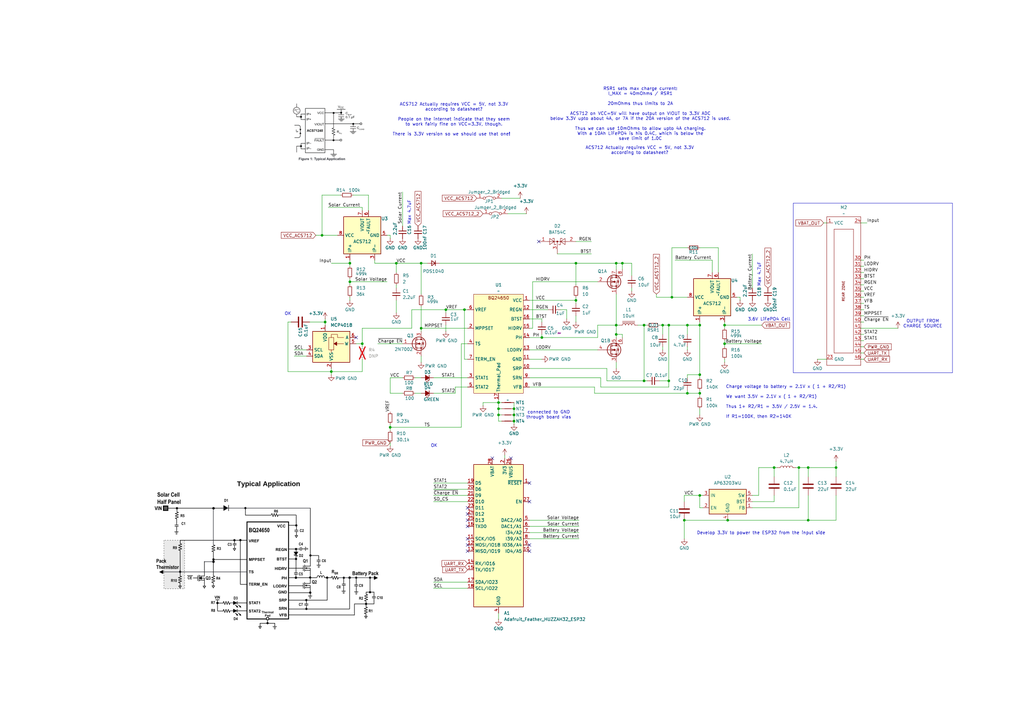
<source format=kicad_sch>
(kicad_sch (version 20250114) (generator "eeschema") (generator_version "9.0")
  (paper "A3")
  (title_block (title "MEGAphone MPPT Charge Controller") (date "2025-08-11") (rev "20250216") (comment 1 "Adapted for MEGAphone module format") (comment 2 "Adapted for 3.5V output voltage"))
  (rectangle (start 325.374 83.312) (end 390.652 152.908))
  (text "ACS712 Actually requires VCC = 5V, not 3.3V\naccording to datasheet?" (at 262.382 61.722 0) (effects (font (size 1.27 1.27))))
  (text "OK" (at 118.11 128.778 0) (effects (font (size 1.27 1.27))))
  (text "ACS712 Actually requires VCC = 5V, not 3.3V\naccording to datasheet?\n\nPeople on the internet indicate that they seem\nto work fairly fine on VCC=3.3V, though." (at 186.182 46.99 0) (effects (font (size 1.27 1.27))))
  (text "Max 4.7uF" (at 311.404 112.522 90) (effects (font (size 1.27 1.27))))
  (text "3.6V LiFePO4 Cell" (at 315.468 131.064 0) (effects (font (size 1.27 1.27))))
  (text "OK" (at 178.054 182.88 0) (effects (font (size 1.27 1.27))))
  (text "OUTPUT FROM\nCHARGE SOURCE" (at 378.46 132.842 0) (effects (font (size 1.27 1.27))))
  (text "Charge voltage to battery = 2.1V x ( 1 + R2/R1)\n\nWe want 3.5V = 2.1V x ( 1 + R2/R1)\n\nThus 1+ R2/R1 = 3.5V / 2.5V = 1.4.\n\nIf R1=100K, then R2=140K" (at 297.688 164.846 0) (effects (font (size 1.27 1.27)) (justify left)))
  (text "RSR1 sets max charge current:\nI_MAX = 40mOhms / RSR1\n\n20mOhms thus limits to 2A\n\nACS712 on VCC=5V will have output on VIOUT to 3.3V ADC\nbelow 3.3V upto about 4A, or 7A if the 20A version of the ACS712 is used.\n\nThus we can use 10mOhms to allow upto 4A charging.\nWith a 10Ah LiFePO4 is his 0.4C, which is below the\nsave limit of 1.0C" (at 262.636 46.736 0) (effects (font (size 1.27 1.27))))
  (text "There is 3.3V version so we should use that one!" (at 185.166 55.118 0) (effects (font (size 1.27 1.27))))
  (text "connected to GND\nthrough board vias" (at 225.044 170.18 0) (effects (font (size 1.27 1.27))))
  (text "Develop 3.3V to power the ESP32 from the input side" (at 312.166 218.694 0) (effects (font (size 1.27 1.27))))
  (text "Max 4.7uF" (at 167.894 87.122 90) (effects (font (size 1.27 1.27))))
  (junction (at 271.78 133.35))
  (junction (at 252.73 107.95))
  (junction (at 287.02 133.35))
  (junction (at 210.82 167.64))
  (junction (at 275.59 121.92))
  (junction (at 204.47 165.1))
  (junction (at 287.02 153.67))
  (junction (at 281.94 133.35))
  (junction (at 172.72 107.95))
  (junction (at 317.5 191.77))
  (junction (at 204.47 167.64))
  (junction (at 132.08 96.52))
  (junction (at 274.32 133.35))
  (junction (at 331.47 191.77))
  (junction (at 190.5 127))
  (junction (at 281.94 161.29))
  (junction (at 148.59 140.97))
  (junction (at 160.02 175.26))
  (junction (at 236.22 107.95))
  (junction (at 274.32 156.21))
  (junction (at 331.47 213.36))
  (junction (at 264.16 156.21))
  (junction (at 143.51 107.95))
  (junction (at 287.02 203.2))
  (junction (at 210.82 170.18))
  (junction (at 236.22 123.19))
  (junction (at 252.73 133.35))
  (junction (at 342.9 191.77))
  (junction (at 143.51 115.57))
  (junction (at 252.73 137.16))
  (junction (at 182.88 127))
  (junction (at 298.45 213.36))
  (junction (at 287.02 161.29))
  (junction (at 264.16 133.35))
  (junction (at 133.35 132.08))
  (junction (at 280.67 213.36))
  (junction (at 135.89 152.4))
  (junction (at 222.25 138.43))
  (junction (at 297.18 140.97))
  (junction (at 204.47 170.18))
  (junction (at 172.72 134.62))
  (junction (at 210.82 172.72))
  (junction (at 327.66 191.77))
  (junction (at 255.27 107.95))
  (junction (at 297.18 133.35))
  (junction (at 162.56 107.95))
  (no_connect (at 217.17 223.52))
  (no_connect (at 191.77 210.82))
  (no_connect (at 191.77 220.98))
  (no_connect (at 220.98 99.06))
  (no_connect (at 191.77 223.52))
  (no_connect (at 191.77 215.9))
  (no_connect (at 191.77 226.06))
  (no_connect (at 191.77 213.36))
  (no_connect (at 146.05 138.43))
  (no_connect (at 209.55 187.96))
  (no_connect (at 217.17 205.74))
  (no_connect (at 217.17 226.06))
  (no_connect (at 201.93 187.96))
  (no_connect (at 217.17 198.12))
  (no_connect (at 191.77 208.28))
  (wire (pts (xy 243.84 158.75) (xy 217.17 158.75)))
  (wire (pts (xy 297.18 134.62) (xy 297.18 133.35)))
  (wire (pts (xy 217.17 154.94) (xy 246.38 154.94)))
  (wire (pts (xy 127 132.08) (xy 133.35 132.08)))
  (wire (pts (xy 354.33 147.32) (xy 353.06 147.32)))
  (wire (pts (xy 269.24 120.65) (xy 269.24 121.92)))
  (wire (pts (xy 148.59 86.36) (xy 148.59 85.09)))
  (wire (pts (xy 177.8 241.3) (xy 191.77 241.3)))
  (wire (pts (xy 198.12 165.1) (xy 198.12 166.37)))
  (wire (pts (xy 331.47 213.36) (xy 342.9 213.36)))
  (wire (pts (xy 204.47 167.64) (xy 205.74 167.64)))
  (wire (pts (xy 331.47 213.36) (xy 331.47 203.2)))
  (wire (pts (xy 354.33 139.7) (xy 353.06 139.7)))
  (wire (pts (xy 162.56 107.95) (xy 172.72 107.95)))
  (wire (pts (xy 143.51 115.57) (xy 158.75 115.57)))
  (wire (pts (xy 297.18 140.97) (xy 297.18 142.24)))
  (wire (pts (xy 354.33 119.38) (xy 353.06 119.38)))
  (wire (pts (xy 189.23 140.97) (xy 191.77 140.97)))
  (wire (pts (xy 135.89 152.4) (xy 148.59 152.4)))
  (wire (pts (xy 160.02 96.52) (xy 160.02 97.79)))
  (wire (pts (xy 210.82 165.1) (xy 210.82 167.64)))
  (wire (pts (xy 327.66 191.77) (xy 327.66 208.28)))
  (wire (pts (xy 217.17 138.43) (xy 222.25 138.43)))
  (wire (pts (xy 143.51 115.57) (xy 143.51 116.84)))
  (wire (pts (xy 146.05 140.97) (xy 148.59 140.97)))
  (wire (pts (xy 297.18 133.35) (xy 312.42 133.35)))
  (wire (pts (xy 133.35 130.81) (xy 133.35 132.08)))
  (wire (pts (xy 162.56 123.19) (xy 162.56 128.27)))
  (wire (pts (xy 342.9 189.23) (xy 342.9 191.77)))
  (wire (pts (xy 182.88 127) (xy 168.91 127)))
  (wire (pts (xy 337.82 91.44) (xy 339.09 91.44)))
  (wire (pts (xy 182.88 133.35) (xy 182.88 135.89)))
  (wire (pts (xy 205.74 81.28) (xy 213.36 81.28)))
  (wire (pts (xy 354.33 116.84) (xy 353.06 116.84)))
  (wire (pts (xy 210.82 172.72) (xy 210.82 173.99)))
  (wire (pts (xy 297.18 140.97) (xy 312.42 140.97)))
  (wire (pts (xy 255.27 138.43) (xy 255.27 137.16)))
  (wire (pts (xy 327.66 191.77) (xy 331.47 191.77)))
  (wire (pts (xy 308.61 118.11) (xy 308.61 104.14)))
  (wire (pts (xy 217.17 215.9) (xy 237.49 215.9)))
  (wire (pts (xy 204.47 170.18) (xy 205.74 170.18)))
  (wire (pts (xy 259.08 119.38) (xy 259.08 118.11)))
  (wire (pts (xy 143.51 123.19) (xy 143.51 121.92)))
  (wire (pts (xy 177.8 154.94) (xy 191.77 154.94)))
  (wire (pts (xy 327.66 191.77) (xy 326.39 191.77)))
  (wire (pts (xy 280.67 213.36) (xy 280.67 220.98)))
  (wire (pts (xy 354.33 132.08) (xy 353.06 132.08)))
  (wire (pts (xy 311.15 191.77) (xy 311.15 203.2)))
  (wire (pts (xy 118.11 132.08) (xy 118.11 152.4)))
  (wire (pts (xy 252.73 107.95) (xy 252.73 110.49)))
  (wire (pts (xy 287.02 208.28) (xy 287.02 203.2)))
  (wire (pts (xy 129.54 96.52) (xy 132.08 96.52)))
  (wire (pts (xy 217.17 127) (xy 224.79 127)))
  (wire (pts (xy 210.82 170.18) (xy 210.82 172.72)))
  (wire (pts (xy 287.02 101.6) (xy 294.64 101.6)))
  (wire (pts (xy 135.89 153.67) (xy 135.89 152.4)))
  (wire (pts (xy 119.38 132.08) (xy 118.11 132.08)))
  (wire (pts (xy 355.6 91.44) (xy 353.06 91.44)))
  (wire (pts (xy 154.94 140.97) (xy 165.1 140.97)))
  (wire (pts (xy 204.47 172.72) (xy 205.74 172.72)))
  (wire (pts (xy 246.38 158.75) (xy 246.38 154.94)))
  (wire (pts (xy 143.51 107.95) (xy 143.51 106.68)))
  (wire (pts (xy 318.77 191.77) (xy 317.5 191.77)))
  (wire (pts (xy 342.9 191.77) (xy 342.9 195.58)))
  (wire (pts (xy 158.75 96.52) (xy 160.02 96.52)))
  (wire (pts (xy 160.02 175.26) (xy 160.02 173.99)))
  (wire (pts (xy 162.56 118.11) (xy 162.56 116.84)))
  (wire (pts (xy 182.88 127) (xy 182.88 128.27)))
  (wire (pts (xy 132.08 80.01) (xy 132.08 96.52)))
  (wire (pts (xy 160.02 154.94) (xy 165.1 154.94)))
  (wire (pts (xy 275.59 101.6) (xy 275.59 121.92)))
  (wire (pts (xy 177.8 238.76) (xy 191.77 238.76)))
  (wire (pts (xy 217.17 218.44) (xy 237.49 218.44)))
  (wire (pts (xy 143.51 114.3) (xy 143.51 115.57)))
  (wire (pts (xy 281.94 133.35) (xy 287.02 133.35)))
  (wire (pts (xy 243.84 161.29) (xy 243.84 158.75)))
  (wire (pts (xy 204.47 163.83) (xy 204.47 165.1)))
  (wire (pts (xy 217.17 130.81) (xy 222.25 130.81)))
  (wire (pts (xy 160.02 176.53) (xy 160.02 175.26)))
  (wire (pts (xy 172.72 134.62) (xy 191.77 134.62)))
  (wire (pts (xy 354.33 142.24) (xy 353.06 142.24)))
  (wire (pts (xy 354.33 144.78) (xy 353.06 144.78)))
  (wire (pts (xy 245.11 133.35) (xy 252.73 133.35)))
  (wire (pts (xy 276.86 106.68) (xy 292.1 106.68)))
  (wire (pts (xy 353.06 134.62) (xy 368.3 134.62)))
  (wire (pts (xy 354.33 114.3) (xy 353.06 114.3)))
  (wire (pts (xy 134.62 85.09) (xy 148.59 85.09)))
  (wire (pts (xy 297.18 139.7) (xy 297.18 140.97)))
  (wire (pts (xy 252.73 133.35) (xy 252.73 137.16)))
  (wire (pts (xy 143.51 109.22) (xy 143.51 107.95)))
  (wire (pts (xy 255.27 107.95) (xy 255.27 110.49)))
  (wire (pts (xy 270.51 156.21) (xy 274.32 156.21)))
  (wire (pts (xy 204.47 165.1) (xy 204.47 167.64)))
  (wire (pts (xy 217.17 123.19) (xy 236.22 123.19)))
  (wire (pts (xy 245.11 138.43) (xy 245.11 133.35)))
  (wire (pts (xy 259.08 113.03) (xy 259.08 107.95)))
  (wire (pts (xy 204.47 170.18) (xy 204.47 172.72)))
  (wire (pts (xy 177.8 205.74) (xy 191.77 205.74)))
  (wire (pts (xy 177.8 200.66) (xy 191.77 200.66)))
  (wire (pts (xy 172.72 107.95) (xy 172.72 120.65)))
  (wire (pts (xy 120.65 143.51) (xy 125.73 143.51)))
  (wire (pts (xy 331.47 191.77) (xy 331.47 195.58)))
  (wire (pts (xy 222.25 137.16) (xy 222.25 138.43)))
  (wire (pts (xy 120.65 146.05) (xy 125.73 146.05)))
  (wire (pts (xy 354.33 127) (xy 353.06 127)))
  (wire (pts (xy 190.5 127) (xy 190.5 147.32)))
  (wire (pts (xy 287.02 160.02) (xy 287.02 161.29)))
  (wire (pts (xy 177.8 161.29) (xy 186.69 161.29)))
  (wire (pts (xy 354.33 124.46) (xy 353.06 124.46)))
  (wire (pts (xy 190.5 127) (xy 191.77 127)))
  (wire (pts (xy 271.78 133.35) (xy 271.78 137.16)))
  (wire (pts (xy 139.7 80.01) (xy 132.08 80.01)))
  (wire (pts (xy 287.02 203.2) (xy 288.29 203.2)))
  (wire (pts (xy 118.11 152.4) (xy 135.89 152.4)))
  (wire (pts (xy 148.59 140.97) (xy 148.59 134.62)))
  (wire (pts (xy 274.32 156.21) (xy 274.32 158.75)))
  (wire (pts (xy 292.1 106.68) (xy 292.1 111.76)))
  (wire (pts (xy 248.92 151.13) (xy 248.92 156.21)))
  (wire (pts (xy 287.02 133.35) (xy 287.02 153.67)))
  (wire (pts (xy 354.33 137.16) (xy 353.06 137.16)))
  (wire (pts (xy 280.67 205.74) (xy 280.67 203.2)))
  (wire (pts (xy 172.72 146.05) (xy 172.72 148.59)))
  (wire (pts (xy 186.69 158.75) (xy 191.77 158.75)))
  (wire (pts (xy 160.02 175.26) (xy 189.23 175.26)))
  (wire (pts (xy 287.02 153.67) (xy 287.02 154.94)))
  (wire (pts (xy 204.47 254) (xy 204.47 251.46)))
  (wire (pts (xy 274.32 158.75) (xy 246.38 158.75)))
  (wire (pts (xy 236.22 99.06) (xy 242.57 99.06)))
  (wire (pts (xy 210.82 167.64) (xy 210.82 170.18)))
  (wire (pts (xy 298.45 213.36) (xy 331.47 213.36)))
  (wire (pts (xy 274.32 133.35) (xy 281.94 133.35)))
  (wire (pts (xy 148.59 140.97) (xy 148.59 142.24)))
  (wire (pts (xy 172.72 135.89) (xy 172.72 134.62)))
  (wire (pts (xy 264.16 156.21) (xy 264.16 133.35)))
  (wire (pts (xy 207.01 186.69) (xy 207.01 187.96)))
  (wire (pts (xy 229.87 127) (xy 232.41 127)))
  (wire (pts (xy 208.28 87.63) (xy 215.9 87.63)))
  (wire (pts (xy 252.73 137.16) (xy 255.27 137.16)))
  (wire (pts (xy 331.47 191.77) (xy 342.9 191.77)))
  (wire (pts (xy 186.69 158.75) (xy 186.69 161.29)))
  (wire (pts (xy 252.73 133.35) (xy 254 133.35)))
  (wire (pts (xy 311.15 203.2) (xy 308.61 203.2)))
  (wire (pts (xy 287.02 132.08) (xy 287.02 133.35)))
  (wire (pts (xy 271.78 143.51) (xy 271.78 142.24)))
  (wire (pts (xy 294.64 101.6) (xy 294.64 111.76)))
  (wire (pts (xy 177.8 203.2) (xy 191.77 203.2)))
  (wire (pts (xy 317.5 191.77) (xy 311.15 191.77)))
  (wire (pts (xy 271.78 133.35) (xy 274.32 133.35)))
  (wire (pts (xy 297.18 133.35) (xy 297.18 132.08)))
  (wire (pts (xy 135.89 151.13) (xy 135.89 152.4)))
  (wire (pts (xy 281.94 133.35) (xy 281.94 137.16)))
  (wire (pts (xy 232.41 127) (xy 232.41 130.81)))
  (wire (pts (xy 269.24 121.92) (xy 275.59 121.92)))
  (wire (pts (xy 228.6 104.14) (xy 242.57 104.14)))
  (wire (pts (xy 180.34 107.95) (xy 236.22 107.95)))
  (wire (pts (xy 204.47 165.1) (xy 205.74 165.1)))
  (wire (pts (xy 222.25 130.81) (xy 222.25 132.08)))
  (wire (pts (xy 281.94 161.29) (xy 287.02 161.29)))
  (wire (pts (xy 281.94 153.67) (xy 287.02 153.67)))
  (wire (pts (xy 264.16 156.21) (xy 265.43 156.21)))
  (wire (pts (xy 177.8 198.12) (xy 191.77 198.12)))
  (wire (pts (xy 204.47 167.64) (xy 204.47 170.18)))
  (wire (pts (xy 222.25 138.43) (xy 245.11 138.43)))
  (wire (pts (xy 160.02 154.94) (xy 160.02 161.29)))
  (wire (pts (xy 270.51 133.35) (xy 271.78 133.35)))
  (wire (pts (xy 342.9 213.36) (xy 342.9 203.2)))
  (wire (pts (xy 354.33 106.68) (xy 353.06 106.68)))
  (wire (pts (xy 303.53 121.92) (xy 303.53 123.19)))
  (wire (pts (xy 236.22 124.46) (xy 236.22 123.19)))
  (wire (pts (xy 135.89 107.95) (xy 143.51 107.95)))
  (wire (pts (xy 248.92 156.21) (xy 264.16 156.21)))
  (wire (pts (xy 281.94 160.02) (xy 281.94 161.29)))
  (wire (pts (xy 217.17 220.98) (xy 237.49 220.98)))
  (wire (pts (xy 354.33 109.22) (xy 353.06 109.22)))
  (wire (pts (xy 252.73 148.59) (xy 252.73 151.13)))
  (wire (pts (xy 354.33 121.92) (xy 353.06 121.92)))
  (wire (pts (xy 160.02 161.29) (xy 165.1 161.29)))
  (wire (pts (xy 354.33 111.76) (xy 353.06 111.76)))
  (wire (pts (xy 317.5 191.77) (xy 317.5 195.58)))
  (wire (pts (xy 190.5 147.32) (xy 191.77 147.32)))
  (wire (pts (xy 317.5 205.74) (xy 317.5 203.2)))
  (wire (pts (xy 236.22 107.95) (xy 236.22 116.84)))
  (wire (pts (xy 287.02 161.29) (xy 287.02 162.56)))
  (wire (pts (xy 243.84 161.29) (xy 281.94 161.29)))
  (wire (pts (xy 217.17 151.13) (xy 248.92 151.13)))
  (wire (pts (xy 274.32 133.35) (xy 274.32 156.21)))
  (wire (pts (xy 280.67 203.2) (xy 287.02 203.2)))
  (wire (pts (xy 236.22 121.92) (xy 236.22 123.19)))
  (wire (pts (xy 275.59 121.92) (xy 281.94 121.92)))
  (wire (pts (xy 308.61 205.74) (xy 317.5 205.74)))
  (wire (pts (xy 182.88 127) (xy 190.5 127)))
  (wire (pts (xy 265.43 133.35) (xy 264.16 133.35)))
  (wire (pts (xy 217.17 147.32) (xy 222.25 147.32)))
  (wire (pts (xy 308.61 208.28) (xy 327.66 208.28)))
  (wire (pts (xy 151.13 80.01) (xy 151.13 86.36)))
  (wire (pts (xy 335.28 147.32) (xy 339.09 147.32)))
  (wire (pts (xy 264.16 133.35) (xy 261.62 133.35)))
  (wire (pts (xy 281.94 143.51) (xy 281.94 142.24)))
  (wire (pts (xy 275.59 101.6) (xy 281.94 101.6)))
  (wire (pts (xy 153.67 107.95) (xy 162.56 107.95)))
  (wire (pts (xy 297.18 148.59) (xy 297.18 147.32)))
  (wire (pts (xy 217.17 213.36) (xy 237.49 213.36)))
  (wire (pts (xy 281.94 153.67) (xy 281.94 154.94)))
  (wire (pts (xy 132.08 96.52) (xy 138.43 96.52)))
  (wire (pts (xy 302.26 121.92) (xy 303.53 121.92)))
  (wire (pts (xy 217.17 143.51) (xy 245.11 143.51)))
  (wire (pts (xy 288.29 208.28) (xy 287.02 208.28)))
  (wire (pts (xy 168.91 127) (xy 168.91 134.62)))
  (wire (pts (xy 287.02 170.18) (xy 287.02 167.64)))
  (wire (pts (xy 280.67 213.36) (xy 298.45 213.36)))
  (wire (pts (xy 165.1 92.71) (xy 165.1 78.74)))
  (wire (pts (xy 218.44 115.57) (xy 218.44 134.62)))
  (wire (pts (xy 144.78 80.01) (xy 151.13 80.01)))
  (wire (pts (xy 153.67 106.68) (xy 153.67 107.95)))
  (wire (pts (xy 198.12 165.1) (xy 204.47 165.1)))
  (wire (pts (xy 133.35 132.08) (xy 133.35 133.35)))
  (wire (pts (xy 252.73 137.16) (xy 252.73 138.43)))
  (wire (pts (xy 148.59 152.4) (xy 148.59 147.32)))
  (wire (pts (xy 354.33 129.54) (xy 353.06 129.54)))
  (wire (pts (xy 160.02 182.88) (xy 160.02 181.61)))
  (wire (pts (xy 172.72 107.95) (xy 175.26 107.95)))
  (wire (pts (xy 172.72 125.73) (xy 172.72 134.62)))
  (wire (pts (xy 236.22 132.08) (xy 236.22 129.54)))
  (wire (pts (xy 170.18 161.29) (xy 172.72 161.29)))
  (wire (pts (xy 189.23 140.97) (xy 189.23 175.26)))
  (wire (pts (xy 168.91 134.62) (xy 148.59 134.62)))
  (wire (pts (xy 218.44 115.57) (xy 245.11 115.57)))
  (wire (pts (xy 236.22 107.95) (xy 252.73 107.95)))
  (wire (pts (xy 162.56 107.95) (xy 162.56 111.76)))
  (wire (pts (xy 252.73 107.95) (xy 255.27 107.95)))
  (wire (pts (xy 218.44 134.62) (xy 217.17 134.62)))
  (wire (pts (xy 255.27 107.95) (xy 259.08 107.95)))
  (wire (pts (xy 252.73 120.65) (xy 252.73 133.35)))
  (wire (pts (xy 170.18 154.94) (xy 172.72 154.94)))
  (image (at 110.236 227.33))
  (image (at 133.35 53.848))
  (label "STAT1" (at 177.8 198.12 0))
  (label "BTST" (at 354.33 114.3 0))
  (label "TS" (at 354.33 127 0))
  (label "VCC" (at 354.33 119.38 0))
  (label "SD_CS" (at 177.8 205.74 0))
  (label "~{Charge EN}" (at 177.8 203.2 0))
  (label "Input" (at 135.89 107.95 180))
  (label "SCL" (at 120.65 143.51 0))
  (label "Battery Voltage" (at 312.42 140.97 180))
  (label "Solar Voltage" (at 158.75 115.57 180))
  (label "~{Charge EN}" (at 154.94 140.97 0))
  (label "LODRV" (at 354.33 109.22 0))
  (label "STAT2" (at 354.33 137.16 0))
  (label "HIDRV" (at 354.33 111.76 0))
  (label "VCC" (at 219.71 123.19 0))
  (label "Solar Voltage" (at 237.49 213.36 180))
  (label "VREF" (at 182.88 127 0))
  (label "MPPSET" (at 173.99 134.62 0))
  (label "STAT2" (at 186.69 161.29 180))
  (label "RGEN" (at 354.33 116.84 0))
  (label "VFB" (at 218.44 158.75 0))
  (label "Solar Current" (at 134.62 85.09 0))
  (label "BTST" (at 242.57 104.14 180))
  (label "VFB" (at 354.33 124.46 0))
  (label "VCC" (at 162.56 107.95 0))
  (label "TS" (at 173.99 175.26 0))
  (label "HIDRV" (at 219.71 115.57 0))
  (label "VCC" (at 280.67 203.2 0))
  (label "Battery Current" (at 308.61 104.14 270))
  (label "Battery Voltage" (at 237.49 218.44 180))
  (label "Battery Current" (at 237.49 220.98 180))
  (label "VREF" (at 160.02 168.91 90))
  (label "Input" (at 355.6 91.44 0))
  (label "LODRV" (at 219.71 143.51 0))
  (label "SDA" (at 120.65 146.05 0))
  (label "STAT1" (at 186.69 154.94 180))
  (label "~{Charge EN}" (at 354.33 132.08 0))
  (label "RGEN" (at 219.71 127 0))
  (label "STAT2" (at 177.8 200.66 0))
  (label "PH" (at 218.44 138.43 0))
  (label "VREF" (at 354.33 121.92 0))
  (label "MPPSET" (at 354.33 129.54 0))
  (label "PH" (at 354.33 106.68 0))
  (label "Solar Current" (at 165.1 78.74 270))
  (label "SDA" (at 177.8 238.76 0))
  (label "BTST" (at 219.71 130.81 0))
  (label "RGEN" (at 242.57 99.06 180))
  (label "VCC" (at 160.02 154.94 0))
  (label "SCL" (at 177.8 241.3 0))
  (label "STAT1" (at 354.33 139.7 0))
  (label "Solar Current" (at 237.49 215.9 180))
  (label "Battery Current" (at 276.86 106.68 0))
  (global_label "UART_TX" (shape input) (at 354.33 144.78 0) (property "Intersheetrefs" "${INTERSHEET_REFS}" (effects (hide yes))))
  (global_label "VCC_ACS712_2" (shape input) (at 269.24 120.65 90) (property "Intersheetrefs" "${INTERSHEET_REFS}" (effects (hide yes))))
  (global_label "VBAT_OUT" (shape input) (at 337.82 91.44 180) (property "Intersheetrefs" "${INTERSHEET_REFS}" (effects (hide yes))))
  (global_label "VCC_ACS712" (shape input) (at 129.54 96.52 180) (property "Intersheetrefs" "${INTERSHEET_REFS}" (effects (hide yes))))
  (global_label "VCC_ACS712_2" (shape input) (at 198.12 87.63 180) (property "Intersheetrefs" "${INTERSHEET_REFS}" (effects (hide yes))))
  (global_label "PWR_GND" (shape input) (at 160.02 181.61 180) (property "Intersheetrefs" "${INTERSHEET_REFS}" (effects (hide yes))))
  (global_label "VCC_ACS712_2" (shape input) (at 314.96 118.11 90) (property "Intersheetrefs" "${INTERSHEET_REFS}" (effects (hide yes))))
  (global_label "VBAT_OUT" (shape input) (at 312.42 133.35 0) (property "Intersheetrefs" "${INTERSHEET_REFS}" (effects (hide yes))))
  (global_label "UART_RX" (shape input) (at 354.33 147.32 0) (property "Intersheetrefs" "${INTERSHEET_REFS}" (effects (hide yes))))
  (global_label "VCC_ACS712" (shape input) (at 171.45 92.71 90) (property "Intersheetrefs" "${INTERSHEET_REFS}" (effects (hide yes))))
  (global_label "UART_RX" (shape input) (at 191.77 231.14 180) (property "Intersheetrefs" "${INTERSHEET_REFS}" (effects (hide yes))))
  (global_label "VCC_ACS712" (shape input) (at 195.58 81.28 180) (property "Intersheetrefs" "${INTERSHEET_REFS}" (effects (hide yes))))
  (global_label "UART_TX" (shape input) (at 191.77 233.68 180) (property "Intersheetrefs" "${INTERSHEET_REFS}" (effects (hide yes))))
  (global_label "PWR_GND" (shape input) (at 354.33 142.24 0) (property "Intersheetrefs" "${INTERSHEET_REFS}" (effects (hide yes))))
  (symbol (lib_id "Device:R_Small") (at 297.18 137.16 0) (unit 1)
    (property "Reference" "R15" (at 299.72 135.8899 0) (effects (justify left)))
    (property "Value" "499k" (at 299.466 137.668 0) (effects (justify left)))
    (property "Footprint" "Resistor_SMD:R_0603_1608Metric" (effects (hide yes)))
    (property "Description" "Resistor, small symbol" (effects (hide yes)))
  )
  (symbol (lib_id "power:GND") (at 314.96 123.19 0) (unit 1)
    (property "Reference" "#PWR030" (effects (hide yes)))
    (property "Value" "GND" (at 314.96 127 0))
    (property "Description" "Power symbol creates a global label with name \"GND\" , ground" (effects (hide yes)))
  )
  (symbol (lib_id "power:GND") (at 165.1 97.79 0) (unit 1)
    (property "Reference" "#PWR025" (effects (hide yes)))
    (property "Value" "GND" (at 165.1 101.6 0))
    (property "Description" "Power symbol creates a global label with name \"GND\" , ground" (effects (hide yes)))
  )
  (symbol (lib_id "Regulator_Switching:AP63203WU") (at 298.45 205.74 0) (unit 1)
    (property "Reference" "U2" (at 298.45 195.58 0))
    (property "Value" "AP63203WU" (at 298.45 198.12 0))
    (property "Footprint" "Package_TO_SOT_SMD:TSOT-23-6" (effects (hide yes)))
    (property "Datasheet" "https://www.diodes.com/assets/Datasheets/AP63200-AP63201-AP63203-AP63205.pdf" (effects (hide yes)))
  )
  (symbol (lib_id "Device:C_Small") (at 182.88 130.81 0) (unit 1)
    (property "Reference" "C3" (at 184.658 129.032 0) (effects (justify left)))
    (property "Value" "1uF" (at 184.658 130.81 0) (effects (justify left)))
    (property "Footprint" "Capacitor_SMD:C_0603_1608Metric" (effects (hide yes)))
    (property "Description" "Unpolarized capacitor, small symbol" (effects (hide yes)))
  )
  (symbol (lib_id "Device:C_Small") (at 227.33 127 90) (unit 1)
    (property "Reference" "C4" (at 229.616 125.222 90))
    (property "Value" "1uF" (at 229.87 128.524 90))
    (property "Footprint" "Capacitor_SMD:C_0603_1608Metric" (effects (hide yes)))
    (property "Description" "Unpolarized capacitor, small symbol" (effects (hide yes)))
  )
  (symbol (lib_id "power:GND") (at 297.18 148.59 0) (unit 1)
    (property "Reference" "#PWR024" (effects (hide yes)))
    (property "Value" "GND" (at 297.18 152.4 0))
    (property "Description" "Power symbol creates a global label with name \"GND\" , ground" (effects (hide yes)))
  )
  (symbol (lib_id "power:GND") (at 171.45 97.79 0) (unit 1)
    (property "Reference" "#PWR026" (effects (hide yes)))
    (property "Value" "GND" (at 171.45 101.6 0))
    (property "Description" "Power symbol creates a global label with name \"GND\" , ground" (effects (hide yes)))
  )
  (symbol (lib_id "power:GND") (at 236.22 132.08 0) (unit 1)
    (property "Reference" "#PWR010" (effects (hide yes)))
    (property "Value" "PWR GND" (at 240.03 136.144 0))
    (property "Description" "Power symbol creates a global label with name \"GND\" , ground" (effects (hide yes)))
  )
  (symbol (lib_id "power:GND") (at 232.41 130.81 0) (unit 1)
    (property "Reference" "#PWR011" (effects (hide yes)))
    (property "Value" "GND" (at 232.41 134.62 0))
    (property "Description" "Power symbol creates a global label with name \"GND\" , ground" (effects (hide yes)))
  )
  (symbol (lib_id "Device:D_Small") (at 177.8 107.95 180) (unit 1)
    (property "Reference" "D1" (at 177.8 104.902 0))
    (property "Value" "PDS1040" (at 177.8 111.252 0))
    (property "Footprint" "Diode_SMD:D_PowerDI-5" (effects (hide yes)))
    (property "Description" "Diode, small symbol" (effects (hide yes)))
    (property "Sim.Device" "D" (effects (hide yes)))
    (property "Sim.Pins" "1=K 2=A" (effects (hide yes)))
  )
  (symbol (lib_id "Device:R_Small") (at 148.59 144.78 0) (unit 1) (dnp yes)
    (property "Reference" "R4" (at 151.13 143.5099 0) (effects (justify left)))
    (property "Value" "DNP" (at 151.13 146.0499 0) (effects (justify left)))
    (property "Footprint" "Resistor_SMD:R_0603_1608Metric" (effects (hide yes)))
    (property "Description" "Resistor, small symbol" (effects (hide yes)))
  )
  (symbol (lib_id "MCU_Module:Adafruit_Feather_HUZZAH32_ESP32") (at 204.47 218.44 0) (unit 1)
    (property "Reference" "A1" (at 206.6641 251.46 0) (effects (justify left)))
    (property "Value" "Adafruit_Feather_HUZZAH32_ESP32" (at 206.6641 254 0) (effects (justify left)))
    (property "Footprint" "Module:Adafruit_Feather" (effects (hide yes)))
    (property "Datasheet" "https://cdn-learn.adafruit.com/downloads/pdf/adafruit-huzzah32-esp32-feather.pdf" (effects (hide yes)))
    (property "Description" "Microcontroller module with ESP32 MCU" (effects (hide yes)))
  )
  (symbol (lib_id "Device:LED_Small_Filled") (at 175.26 154.94 180) (unit 1)
    (property "Reference" "D3" (at 173.99 152.654 0) (effects (justify right)))
    (property "Value" "RED" (at 173.736 157.48 0) (effects (justify right)))
    (property "Footprint" "LED_SMD:LED_0603_1608Metric" (effects (hide yes)))
    (property "Description" "Light emitting diode, small symbol, filled shape" (effects (hide yes)))
  )
  (symbol (lib_id "Device:R_Small") (at 287.02 157.48 0) (unit 1)
    (property "Reference" "R2" (at 289.56 156.2099 0) (effects (justify left)))
    (property "Value" "140K" (at 289.56 158.7499 0) (effects (justify left)))
    (property "Footprint" "Resistor_SMD:R_0603_1608Metric" (effects (hide yes)))
    (property "Description" "Resistor, small symbol" (effects (hide yes)))
  )
  (symbol (lib_id "Device:C_Small") (at 281.94 157.48 180) (unit 1)
    (property "Reference" "C10" (at 278.13 155.956 0) (effects (justify right)))
    (property "Value" "22pF" (at 276.098 159.258 0) (effects (justify right)))
    (property "Footprint" "Capacitor_SMD:C_0603_1608Metric" (effects (hide yes)))
    (property "Description" "Unpolarized capacitor, small symbol" (effects (hide yes)))
  )
  (symbol (lib_id "Device:R_Small") (at 143.51 119.38 0) (unit 1)
    (property "Reference" "R13" (at 146.05 118.1099 0) (effects (justify left)))
    (property "Value" "36k" (at 146.05 120.6499 0) (effects (justify left)))
    (property "Footprint" "Resistor_SMD:R_0603_1608Metric" (effects (hide yes)))
    (property "Description" "Resistor, small symbol" (effects (hide yes)))
  )
  (symbol (lib_id "power:+3.3V") (at 368.3 134.62 0) (unit 1)
    (property "Reference" "#PWR018" (effects (hide yes)))
    (property "Value" "+3.3V" (at 368.3 129.54 0))
    (property "Description" "Power symbol creates a global label with name \"+3.3V\"" (effects (hide yes)))
  )
  (symbol (lib_id "power:+3.3V") (at 213.36 81.28 0) (unit 1)
    (property "Reference" "#PWR04" (effects (hide yes)))
    (property "Value" "+3.3V" (at 213.36 76.2 0))
    (property "Description" "Power symbol creates a global label with name \"+3.3V\"" (effects (hide yes)))
  )
  (symbol (lib_id "Sensor_Current:ACS712xLCTR-05B") (at 292.1 121.92 90) (unit 1)
    (property "Reference" "U4" (at 301.244 115.062 90))
    (property "Value" "ACS712" (at 292.1 124.46 90))
    (property "Footprint" "Package_SO:SOIC-8_3.9x4.9mm_P1.27mm" (effects (hide yes)))
    (property "Datasheet" "http://www.allegromicro.com/~/media/Files/Datasheets/ACS712-Datasheet.ashx?la=en" (effects (hide yes)))
    (property "Description" "±5A Bidirectional Hall-Effect Current Sensor, +5.0V supply, 185mV/A, SOIC-8" (effects (hide yes)))
  )
  (symbol (lib_id "power:+3.3V") (at 215.9 87.63 0) (unit 1)
    (property "Reference" "#PWR016" (effects (hide yes)))
    (property "Value" "+3.3V" (at 215.9 82.55 0))
    (property "Description" "Power symbol creates a global label with name \"+3.3V\"" (effects (hide yes)))
  )
  (symbol (lib_id "power:+3.3V") (at 207.01 186.69 0) (unit 1)
    (property "Reference" "#PWR021" (effects (hide yes)))
    (property "Value" "+3.3V" (at 207.01 181.61 0))
    (property "Description" "Power symbol creates a global label with name \"+3.3V\"" (effects (hide yes)))
  )
  (symbol (lib_id "Device:C_Small") (at 267.97 156.21 90) (unit 1)
    (property "Reference" "C7" (at 264.922 153.924 90) (effects (justify right)))
    (property "Value" "0.1uF" (at 268.478 153.924 90) (effects (justify right)))
    (property "Footprint" "Capacitor_SMD:C_0603_1608Metric" (effects (hide yes)))
    (property "Description" "Unpolarized capacitor, small symbol" (effects (hide yes)))
  )
  (symbol (lib_id "Transistor_FET:2N7002") (at 170.18 140.97 0) (unit 1)
    (property "Reference" "Q3" (at 166.878 137.668 0) (effects (justify left)))
    (property "Value" "2N7002" (at 161.798 143.256 0) (effects (justify left)))
    (property "Footprint" "Package_TO_SOT_SMD:SOT-23" (effects (hide yes)))
    (property "Datasheet" "https://www.onsemi.com/pub/Collateral/NDS7002A-D.PDF" (effects (hide yes)))
    (property "Description" "0.115A Id, 60V Vds, N-Channel MOSFET, SOT-23" (effects (hide yes)))
  )
  (symbol (lib_id "power:+3.3V") (at 342.9 189.23 0) (unit 1)
    (property "Reference" "#PWR019" (effects (hide yes)))
    (property "Value" "+3.3V" (at 342.9 184.15 0))
    (property "Description" "Power symbol creates a global label with name \"+3.3V\"" (effects (hide yes)))
  )
  (symbol (lib_id "Device:R_Small") (at 167.64 161.29 90) (unit 1)
    (property "Reference" "R8" (at 169.164 159.258 90) (effects (justify left)))
    (property "Value" "100" (at 169.926 163.322 90) (effects (justify left)))
    (property "Footprint" "Resistor_SMD:R_0603_1608Metric" (effects (hide yes)))
    (property "Description" "Resistor, small symbol" (effects (hide yes)))
  )
  (symbol (lib_id "Device:R_Small") (at 142.24 80.01 90) (unit 1)
    (property "Reference" "R14" (at 141.732 77.978 90) (effects (justify left)))
    (property "Value" "100k" (at 147.828 77.978 90) (effects (justify left)))
    (property "Footprint" "Resistor_SMD:R_0603_1608Metric" (effects (hide yes)))
    (property "Description" "Resistor, small symbol" (effects (hide yes)))
  )
  (symbol (lib_id "power:GND") (at 335.28 147.32 0) (unit 1)
    (property "Reference" "#PWR07" (effects (hide yes)))
    (property "Value" "GND" (at 335.28 151.13 0))
    (property "Description" "Power symbol creates a global label with name \"GND\" , ground" (effects (hide yes)))
  )
  (symbol (lib_id "Device:C_Small") (at 259.08 115.57 180) (unit 1)
    (property "Reference" "C6" (at 261.62 114.2935 0) (effects (justify right)))
    (property "Value" "10uF" (at 261.62 116.8335 0) (effects (justify right)))
    (property "Footprint" "Capacitor_SMD:C_1206_3216Metric" (effects (hide yes)))
    (property "Description" "Unpolarized capacitor, small symbol" (effects (hide yes)))
  )
  (symbol (lib_id "Device:C_Small") (at 236.22 127 0) (unit 1)
    (property "Reference" "C2" (at 238.76 125.7362 0) (effects (justify left)))
    (property "Value" "1uF" (at 238.76 128.2762 0) (effects (justify left)))
    (property "Footprint" "Capacitor_SMD:C_0603_1608Metric" (effects (hide yes)))
    (property "Description" "Unpolarized capacitor, small symbol" (effects (hide yes)))
  )
  (symbol (lib_id "power:GND") (at 280.67 220.98 0) (unit 1)
    (property "Reference" "#PWR023" (effects (hide yes)))
    (property "Value" "GND" (at 280.67 224.79 0))
    (property "Description" "Power symbol creates a global label with name \"GND\" , ground" (effects (hide yes)))
  )
  (symbol (lib_id "Device:LED_Small_Filled") (at 175.26 161.29 180) (unit 1)
    (property "Reference" "D4" (at 173.99 159.004 0) (effects (justify right)))
    (property "Value" "GREEN" (at 173.736 163.83 0) (effects (justify right)))
    (property "Footprint" "LED_SMD:LED_0603_1608Metric" (effects (hide yes)))
    (property "Description" "Light emitting diode, small symbol, filled shape" (effects (hide yes)))
  )
  (symbol (lib_id "Jumper:Jumper_2_Bridged") (at 200.66 81.28 0) (unit 1)
    (property "Reference" "JP1" (at 200.66 82.55 0))
    (property "Value" "Jumper_2_Bridged" (at 200.66 78.74 0))
    (property "Footprint" "Jumper:SolderJumper-2_P1.3mm_Bridged_RoundedPad1.0x1.5mm" (effects (hide yes)))
    (property "Description" "Jumper, 2-pole, closed/bridged" (effects (hide yes)))
  )
  (symbol (lib_id "Device:R_Small") (at 160.02 179.07 0) (unit 1)
    (property "Reference" "R10" (at 162.56 177.7999 0) (effects (justify left)))
    (property "Value" "30.1k" (at 162.56 180.3399 0) (effects (justify left)))
    (property "Footprint" "Resistor_SMD:R_0603_1608Metric" (effects (hide yes)))
    (property "Description" "Resistor, small symbol" (effects (hide yes)))
  )
  (symbol (lib_id "Device:R_Small") (at 297.18 144.78 0) (unit 1)
    (property "Reference" "R16" (at 299.72 143.5099 0) (effects (justify left)))
    (property "Value" "100k" (at 299.72 146.0499 0) (effects (justify left)))
    (property "Footprint" "Resistor_SMD:R_0603_1608Metric" (effects (hide yes)))
    (property "Description" "Resistor, small symbol" (effects (hide yes)))
  )
  (symbol (lib_id "Device:C_Small") (at 271.78 139.7 180) (unit 1)
    (property "Reference" "C8" (at 267.208 138.43 0) (effects (justify right)))
    (property "Value" "10uF" (at 266.446 141.478 0) (effects (justify right)))
    (property "Footprint" "Capacitor_SMD:C_1206_3216Metric" (effects (hide yes)))
    (property "Description" "Unpolarized capacitor, small symbol" (effects (hide yes)))
  )
  (symbol (lib_id "power:GND") (at 160.02 97.79 0) (unit 1)
    (property "Reference" "#PWR020" (effects (hide yes)))
    (property "Value" "GND" (at 160.02 101.6 0))
    (property "Description" "Power symbol creates a global label with name \"GND\" , ground" (effects (hide yes)))
  )
  (symbol (lib_id "Device:C") (at 331.47 199.39 0) (unit 1)
    (property "Reference" "C13" (at 335.28 198.1199 0) (effects (justify left)))
    (property "Value" "22uF" (at 335.28 200.6599 0) (effects (justify left)))
    (property "Footprint" "Capacitor_SMD:C_0603_1608Metric" (effects (hide yes)))
  )
  (symbol (lib_id "Device:C_Small") (at 281.94 139.7 180) (unit 1)
    (property "Reference" "C9" (at 278.13 138.176 0) (effects (justify right)))
    (property "Value" "4.7uF" (at 276.098 141.478 0) (effects (justify right)))
    (property "Footprint" "Capacitor_SMD:C_0805_2012Metric" (effects (hide yes)))
    (property "Description" "Unpolarized capacitor, small symbol" (effects (hide yes)))
  )
  (symbol (lib_id "Device:C_Small") (at 165.1 95.25 0) (unit 1)
    (property "Reference" "C16" (at 167.894 96.266 90) (effects (justify left)))
    (property "Value" "2.2uF" (at 162.052 96.52 90) (effects (justify left)))
    (property "Footprint" "Capacitor_SMD:C_1210_3225Metric" (effects (hide yes)))
    (property "Description" "Unpolarized capacitor, small symbol" (effects (hide yes)))
  )
  (symbol (lib_id "Device:C_Small") (at 162.56 120.65 0) (unit 1)
    (property "Reference" "C1" (at 165.1 119.3862 0) (effects (justify left)))
    (property "Value" "2.2uF" (at 165.1 121.9262 0) (effects (justify left)))
    (property "Footprint" "Capacitor_SMD:C_1210_3225Metric" (effects (hide yes)))
    (property "Description" "Unpolarized capacitor, small symbol" (effects (hide yes)))
  )
  (symbol (lib_id "Device:Q_Dual_NMOS_S1G1S2G2D2D2D1D1") (at 250.19 115.57 0) (unit 1)
    (property "Reference" "Q1" (at 245.11 111.252 0) (effects (justify left)))
    (property "Value" "SI7272DP" (effects (hide yes)))
    (property "Footprint" "Package_SO:PowerPAK_SO-8_Dual" (effects (hide yes)))
    (property "Description" "Dual NMOS transistor, 8 pin package" (effects (hide yes)))
  )
  (symbol (lib_name "ACS712xLCTR-05B_1") (lib_id "Sensor_Current:ACS712xLCTR-05B") (at 148.59 96.52 90) (unit 1)
    (property "Reference" "U3" (at 157.734 89.662 90))
    (property "Value" "ACS712" (at 148.59 99.06 90))
    (property "Footprint" "Package_SO:SOIC-8_3.9x4.9mm_P1.27mm" (effects (hide yes)))
    (property "Datasheet" "https://hr.mouser.com/datasheet/2/1115/ACS71240_Datasheet-3178501.pdf" (effects (hide yes)))
    (property "Description" "±5A Bidirectional Hall-Effect Current Sensor, +5.0V supply, 185mV/A, SOIC-8" (effects (hide yes)))
  )
  (symbol (lib_id "Device:C_Small") (at 222.25 134.62 180) (unit 1)
    (property "Reference" "C5" (at 225.806 134.62 0))
    (property "Value" "0.1uF" (at 226.06 136.398 0))
    (property "Footprint" "Capacitor_SMD:C_0603_1608Metric" (effects (hide yes)))
    (property "Description" "Unpolarized capacitor, small symbol" (effects (hide yes)))
    (property "Voltage Rating" "35V" (at 229.362 136.652 0) (effects (font (size 0.508 0.508))))
  )
  (symbol (lib_id "Device:Q_Dual_NMOS_S1G1S2G2D2D2D1D1") (at 250.19 143.51 0) (unit 2)
    (property "Reference" "Q1" (at 246.38 139.7 0) (effects (justify left)))
    (property "Value" "SI7272DP" (effects (hide yes)))
    (property "Footprint" "Package_SO:PowerPAK_SO-8_Dual" (effects (hide yes)))
    (property "Description" "Dual NMOS transistor, 8 pin package" (effects (hide yes)))
  )
  (symbol (lib_id "Device:R_Small") (at 167.64 154.94 90) (unit 1)
    (property "Reference" "R7" (at 169.164 152.908 90) (effects (justify left)))
    (property "Value" "100" (at 169.672 156.972 90) (effects (justify left)))
    (property "Footprint" "Resistor_SMD:R_0603_1608Metric" (effects (hide yes)))
    (property "Description" "Resistor, small symbol" (effects (hide yes)))
  )
  (symbol (lib_id "Device:L_Iron") (at 257.81 133.35 90) (unit 1)
    (property "Reference" "L1" (at 257.81 127 90))
    (property "Value" "10uH" (at 257.81 129.54 90))
    (property "Footprint" "MPPT Charge Controller Footprint Library:L_Vishay_6.9x6.5" (effects (hide yes)))
    (property "Description" "Inductor with iron core" (effects (hide yes)))
  )
  (symbol (lib_id "MPPT Charge Controller Symbol Library:BQ24650") (at 204.47 140.97 0) (unit 1)
    (property "Reference" "U1" (at 204.47 116.84 0))
    (property "Value" "~" (at 204.47 119.38 0))
    (property "Footprint" "MPPT Charge Controller Footprint Library:VQFN-16_EP_3.5x3.5_Pitch0.5mm" (effects (hide yes)))
  )
  (symbol (lib_id "Device:R_Small") (at 172.72 123.19 0) (unit 1)
    (property "Reference" "R3" (at 175.26 121.9199 0) (effects (justify left)))
    (property "Value" "499k" (at 175.006 123.698 0) (effects (justify left)))
    (property "Footprint" "Resistor_SMD:R_0603_1608Metric" (effects (hide yes)))
    (property "Description" "Resistor, small symbol" (effects (hide yes)))
  )
  (symbol (lib_id "Device:C_Small") (at 171.45 95.25 0) (unit 1)
    (property "Reference" "C17" (at 174.244 96.266 90) (effects (justify left)))
    (property "Value" "100nF" (at 174.244 102.616 90) (effects (justify left)))
    (property "Footprint" "Capacitor_SMD:C_1210_3225Metric" (effects (hide yes)))
    (property "Description" "Unpolarized capacitor, small symbol" (effects (hide yes)))
  )
  (symbol (lib_id "power:GND") (at 204.47 254 0) (unit 1)
    (property "Reference" "#PWR022" (effects (hide yes)))
    (property "Value" "GND" (at 204.47 257.81 0))
    (property "Description" "Power symbol creates a global label with name \"GND\" , ground" (effects (hide yes)))
  )
  (symbol (lib_id "Device:C") (at 280.67 209.55 180) (unit 1)
    (property "Reference" "C11" (at 274.574 209.55 0) (effects (justify right)))
    (property "Value" "10uF" (at 274.574 211.836 0) (effects (justify right)))
    (property "Footprint" "Capacitor_SMD:C_0603_1608Metric" (effects (hide yes)))
  )
  (symbol (lib_id "power:GND") (at 303.53 123.19 0) (unit 1)
    (property "Reference" "#PWR09" (effects (hide yes)))
    (property "Value" "GND" (at 303.53 127 0))
    (property "Description" "Power symbol creates a global label with name \"GND\" , ground" (effects (hide yes)))
  )
  (symbol (lib_id "Jumper:Jumper_2_Bridged") (at 203.2 87.63 0) (unit 1)
    (property "Reference" "JP2" (at 202.946 88.9 0))
    (property "Value" "Jumper_2_Bridged" (at 203.2 85.09 0))
    (property "Footprint" "Jumper:SolderJumper-2_P1.3mm_Bridged_RoundedPad1.0x1.5mm" (effects (hide yes)))
    (property "Description" "Jumper, 2-pole, closed/bridged" (effects (hide yes)))
  )
  (symbol (lib_id "power:GND") (at 182.88 135.89 0) (unit 1)
    (property "Reference" "#PWR031" (effects (hide yes)))
    (property "Value" "PWR GND" (at 183.134 139.7 0))
    (property "Description" "Power symbol creates a global label with name \"GND\" , ground" (effects (hide yes)))
  )
  (symbol (lib_id "power:GND") (at 271.78 143.51 0) (unit 1)
    (property "Reference" "#PWR014" (effects (hide yes)))
    (property "Value" "GND" (at 271.78 147.32 0))
    (property "Description" "Power symbol creates a global label with name \"GND\" , ground" (effects (hide yes)))
  )
  (symbol (lib_id "power:GND") (at 172.72 148.59 0) (unit 1)
    (property "Reference" "#PWR03" (effects (hide yes)))
    (property "Value" "PWR GND" (at 178.816 150.114 0))
    (property "Description" "Power symbol creates a global label with name \"GND\" , ground" (effects (hide yes)))
  )
  (symbol (lib_id "power:GND") (at 198.12 166.37 0) (unit 1)
    (property "Reference" "#PWR02" (effects (hide yes)))
    (property "Value" "PWR GND" (at 198.12 170.18 0))
    (property "Description" "Power symbol creates a global label with name \"GND\" , ground" (effects (hide yes)))
  )
  (symbol (lib_id "power:GND") (at 135.89 153.67 0) (unit 1)
    (property "Reference" "#PWR032" (effects (hide yes)))
    (property "Value" "PWR GND" (at 141.986 155.194 0))
    (property "Description" "Power symbol creates a global label with name \"GND\" , ground" (effects (hide yes)))
  )
  (symbol (lib_id "power:GND") (at 252.73 151.13 0) (unit 1)
    (property "Reference" "#PWR012" (effects (hide yes)))
    (property "Value" "GND" (at 252.73 154.94 0))
    (property "Description" "Power symbol creates a global label with name \"GND\" , ground" (effects (hide yes)))
  )
  (symbol (lib_id "Device:R_Small") (at 236.22 119.38 0) (unit 1)
    (property "Reference" "R6" (at 238.76 118.1099 0) (effects (justify left)))
    (property "Value" "10" (at 238.76 120.6499 0) (effects (justify left)))
    (property "Footprint" "Resistor_SMD:R_0603_1608Metric" (effects (hide yes)))
    (property "Description" "Resistor, small symbol" (effects (hide yes)))
  )
  (symbol (lib_id "Device:R_Small") (at 267.97 133.35 270) (unit 1)
    (property "Reference" "RSR1" (at 267.97 135.382 90))
    (property "Value" "0.01" (at 268.224 133.35 90))
    (property "Footprint" "Resistor_SMD:R_1206_3216Metric" (effects (hide yes)))
    (property "Description" "Resistor, small symbol" (effects (hide yes)))
  )
  (symbol (lib_id "power:GND") (at 308.61 123.19 0) (unit 1)
    (property "Reference" "#PWR029" (effects (hide yes)))
    (property "Value" "GND" (at 308.61 127 0))
    (property "Description" "Power symbol creates a global label with name \"GND\" , ground" (effects (hide yes)))
  )
  (symbol (lib_id "Diode:BAT54C") (at 228.6 99.06 0) (unit 1)
    (property "Reference" "D2" (at 228.6 92.71 0))
    (property "Value" "BAT54C" (at 228.6 95.25 0))
    (property "Footprint" "Package_TO_SOT_SMD:SOT-23" (effects (hide yes)))
    (property "Datasheet" "http://www.diodes.com/_files/datasheets/ds11005.pdf" (effects (hide yes)))
    (property "Description" "dual schottky barrier diode, common cathode" (effects (hide yes)))
  )
  (symbol (lib_id "power:GND") (at 259.08 119.38 0) (unit 1)
    (property "Reference" "#PWR013" (effects (hide yes)))
    (property "Value" "GND" (at 259.08 123.19 0))
    (property "Description" "Power symbol creates a global label with name \"GND\" , ground" (effects (hide yes)))
  )
  (symbol (lib_id "Device:NetTie_2") (at 208.28 170.18 0) (unit 1) (in_bom no)
    (property "Reference" "NT3" (at 213.36 170.18 0))
    (property "Footprint" "NetTie:NetTie-2_SMD_Pad0.5mm" (effects (hide yes)))
    (property "Description" "Net tie, 2 pins" (effects (hide yes)))
  )
  (symbol (lib_id "power:GND") (at 160.02 182.88 0) (unit 1)
    (property "Reference" "#PWR08" (effects (hide yes)))
    (property "Value" "PWR GND" (at 160.02 186.69 0))
    (property "Description" "Power symbol creates a global label with name \"GND\" , ground" (effects (hide yes)))
  )
  (symbol (lib_id "power:GND") (at 162.56 128.27 0) (unit 1)
    (property "Reference" "#PWR01" (effects (hide yes)))
    (property "Value" "GND" (at 162.56 132.08 0))
    (property "Description" "Power symbol creates a global label with name \"GND\" , ground" (effects (hide yes)))
  )
  (symbol (lib_id "power:GND") (at 287.02 170.18 0) (unit 1)
    (property "Reference" "#PWR05" (effects (hide yes)))
    (property "Value" "PWR GND" (at 287.02 173.99 0))
    (property "Description" "Power symbol creates a global label with name \"GND\" , ground" (effects (hide yes)))
  )
  (symbol (lib_id "Device:NetTie_2") (at 208.28 167.64 0) (unit 1) (in_bom no)
    (property "Reference" "NT2" (at 213.36 167.64 0))
    (property "Footprint" "NetTie:NetTie-2_SMD_Pad0.5mm" (effects (hide yes)))
    (property "Description" "Net tie, 2 pins" (effects (hide yes)))
  )
  (symbol (lib_id "power:GND") (at 210.82 173.99 0) (unit 1)
    (property "Reference" "#PWR06" (effects (hide yes)))
    (property "Value" "GND" (at 210.82 177.8 0))
    (property "Description" "Power symbol creates a global label with name \"GND\" , ground" (effects (hide yes)))
  )
  (symbol (lib_id "Device:R_Small") (at 284.48 101.6 270) (unit 1)
    (property "Reference" "R11" (at 284.48 103.378 90))
    (property "Value" "100k" (at 284.48 101.6 90) (effects (font (size 1 1))))
    (property "Footprint" "Resistor_SMD:R_0603_1608Metric" (effects (hide yes)))
    (property "Description" "Resistor, small symbol" (effects (hide yes)))
  )
  (symbol (lib_id "Device:R_Small") (at 160.02 171.45 0) (unit 1)
    (property "Reference" "R9" (at 162.56 170.1799 0) (effects (justify left)))
    (property "Value" "5.23k" (at 162.56 172.7199 0) (effects (justify left)))
    (property "Footprint" "Resistor_SMD:R_0603_1608Metric" (effects (hide yes)))
    (property "Description" "Resistor, small symbol" (effects (hide yes)))
  )
  (symbol (lib_id "power:+3.3V") (at 133.35 130.81 0) (unit 1)
    (property "Reference" "#PWR028" (effects (hide yes)))
    (property "Value" "+3.3V" (at 129.54 128.524 0))
    (property "Description" "Power symbol creates a global label with name \"+3.3V\"" (effects (hide yes)))
  )
  (symbol (lib_id "Device:L") (at 322.58 191.77 90) (unit 1)
    (property "Reference" "L2" (at 322.58 186.69 90))
    (property "Value" "4.7uH" (at 322.58 189.23 90))
    (property "Footprint" "Inductor_SMD:L_Vishay_IFSC-1515AH_4x4x1.8mm" (effects (hide yes)))
    (property "Datasheet" "IFSC1515AHER4R7M01" (effects (hide yes)))
  )
  (symbol (lib_id "power:GND") (at 222.25 147.32 90) (unit 1)
    (property "Reference" "#PWR027" (effects (hide yes)))
    (property "Value" "PWR GND" (at 229.616 147.32 90))
    (property "Description" "Power symbol creates a global label with name \"GND\" , ground" (effects (hide yes)))
  )
  (symbol (lib_id "Device:C") (at 123.19 132.08 270) (unit 1)
    (property "Reference" "C15" (at 123.19 138.176 0) (effects (justify right)))
    (property "Value" "0.1uF" (at 125.476 138.176 0) (effects (justify right)))
    (property "Footprint" "Capacitor_SMD:C_0603_1608Metric" (effects (hide yes)))
  )
  (symbol (lib_id "Device:NetTie_2") (at 208.28 172.72 0) (unit 1) (in_bom no)
    (property "Reference" "NT4" (at 213.36 172.72 0))
    (property "Footprint" "NetTie:NetTie-2_SMD_Pad0.5mm" (effects (hide yes)))
    (property "Description" "Net tie, 2 pins" (effects (hide yes)))
  )
  (symbol (lib_id "Device:C_Small") (at 308.61 120.65 0) (unit 1)
    (property "Reference" "C18" (at 311.404 121.666 90) (effects (justify left)))
    (property "Value" "2.2uF" (at 305.562 121.92 90) (effects (justify left)))
    (property "Footprint" "Capacitor_SMD:C_1210_3225Metric" (effects (hide yes)))
    (property "Description" "Unpolarized capacitor, small symbol" (effects (hide yes)))
  )
  (symbol (lib_id "Potentiometer_Digital:MCP4018-xxxxLT") (at 135.89 143.51 0) (unit 1)
    (property "Reference" "U5" (at 135.5441 130.81 0) (effects (justify left)))
    (property "Value" "MCP4018" (at 135.5441 133.35 0) (effects (justify left)))
    (property "Footprint" "Package_TO_SOT_SMD:SOT-363_SC-70-6" (effects (hide yes)))
    (property "Datasheet" "http://ww1.microchip.com/downloads/en/DeviceDoc/22147a.pdf" (effects (hide yes)))
    (property "Description" "Low-Cost 128-Step Volatile I2C Digital Potentiometer, SC-70-6" (effects (hide yes)))
  )
  (symbol (lib_id "Device:R_Small") (at 162.56 114.3 0) (unit 1)
    (property "Reference" "R5" (at 165.1 113.0299 0) (effects (justify left)))
    (property "Value" "2" (at 165.1 115.5699 0) (effects (justify left)))
    (property "Footprint" "Resistor_SMD:R_2512_6332Metric" (effects (hide yes)))
    (property "Description" "Resistor, small symbol" (effects (hide yes)))
  )
  (symbol (lib_id "power:GND") (at 143.51 123.19 0) (unit 1)
    (property "Reference" "#PWR017" (effects (hide yes)))
    (property "Value" "GND" (at 143.51 127 0))
    (property "Description" "Power symbol creates a global label with name \"GND\" , ground" (effects (hide yes)))
  )
  (symbol (lib_id "MegaCastle:MegaCastle2x23-Module-I30.0x53.6-M80000307FFFC") (at 345.44 119.38 0) (unit 1)
    (property "Reference" "M2" (at 346.075 85.09 0))
    (property "Value" "~" (at 346.075 87.63 0))
    (property "Footprint" "MegaCastle:MegaCastle2x23-Module-I30.0x53.6-M80000307FFFC-PANEL" (effects (hide yes)))
  )
  (symbol (lib_id "Device:C") (at 342.9 199.39 0) (unit 1)
    (property "Reference" "C14" (at 346.71 198.1199 0) (effects (justify left)))
    (property "Value" "22uF" (at 346.71 200.6599 0) (effects (justify left)))
    (property "Footprint" "Capacitor_SMD:C_0603_1608Metric" (effects (hide yes)))
  )
  (symbol (lib_id "Device:R_Small") (at 287.02 165.1 0) (unit 1)
    (property "Reference" "R1" (at 289.56 163.8299 0) (effects (justify left)))
    (property "Value" "100k" (at 289.56 166.3699 0) (effects (justify left)))
    (property "Footprint" "Resistor_SMD:R_0603_1608Metric" (effects (hide yes)))
    (property "Description" "Resistor, small symbol" (effects (hide yes)))
  )
  (symbol (lib_id "power:GND") (at 281.94 143.51 0) (unit 1)
    (property "Reference" "#PWR015" (effects (hide yes)))
    (property "Value" "GND" (at 281.94 147.32 0))
    (property "Description" "Power symbol creates a global label with name \"GND\" , ground" (effects (hide yes)))
  )
  (symbol (lib_id "Device:R_Small") (at 143.51 111.76 0) (unit 1)
    (property "Reference" "R12" (at 146.05 110.4899 0) (effects (justify left)))
    (property "Value" "499k" (at 145.796 112.268 0) (effects (justify left)))
    (property "Footprint" "Resistor_SMD:R_0603_1608Metric" (effects (hide yes)))
    (property "Description" "Resistor, small symbol" (effects (hide yes)))
  )
  (symbol (lib_id "Device:C") (at 317.5 199.39 0) (unit 1)
    (property "Reference" "C12" (at 321.31 198.1199 0) (effects (justify left)))
    (property "Value" "0.1uF" (at 321.31 200.6599 0) (effects (justify left)))
    (property "Footprint" "Capacitor_SMD:C_0603_1608Metric" (effects (hide yes)))
  )
  (symbol (lib_id "Device:NetTie_2") (at 208.28 165.1 0) (unit 1) (in_bom no)
    (property "Reference" "NT1" (at 213.36 165.1 0))
    (property "Value" "~" (at 208.28 164.084 0))
    (property "Footprint" "NetTie:NetTie-2_SMD_Pad0.5mm" (effects (hide yes)))
    (property "Description" "Net tie, 2 pins" (effects (hide yes)))
  )
  (symbol (lib_id "Device:C_Small") (at 314.96 120.65 0) (unit 1)
    (property "Reference" "C19" (at 317.754 121.666 90) (effects (justify left)))
    (property "Value" "100nF" (at 317.754 128.016 90) (effects (justify left)))
    (property "Footprint" "Capacitor_SMD:C_1210_3225Metric" (effects (hide yes)))
    (property "Description" "Unpolarized capacitor, small symbol" (effects (hide yes)))
  )
)
</source>
